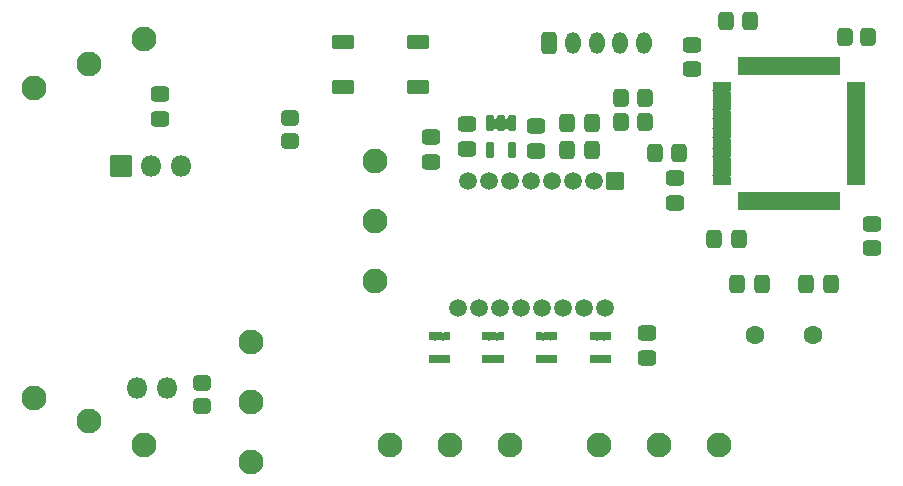
<source format=gts>
G04 #@! TF.GenerationSoftware,KiCad,Pcbnew,(5.99.0-8445-ge10025db64)*
G04 #@! TF.CreationDate,2022-01-30T21:55:34+01:00*
G04 #@! TF.ProjectId,g100s,67313030-732e-46b6-9963-61645f706362,rev?*
G04 #@! TF.SameCoordinates,Original*
G04 #@! TF.FileFunction,Soldermask,Top*
G04 #@! TF.FilePolarity,Negative*
%FSLAX46Y46*%
G04 Gerber Fmt 4.6, Leading zero omitted, Abs format (unit mm)*
G04 Created by KiCad (PCBNEW (5.99.0-8445-ge10025db64)) date 2022-01-30 21:55:34*
%MOMM*%
%LPD*%
G01*
G04 APERTURE LIST*
G04 Aperture macros list*
%AMRoundRect*
0 Rectangle with rounded corners*
0 $1 Rounding radius*
0 $2 $3 $4 $5 $6 $7 $8 $9 X,Y pos of 4 corners*
0 Add a 4 corners polygon primitive as box body*
4,1,4,$2,$3,$4,$5,$6,$7,$8,$9,$2,$3,0*
0 Add four circle primitives for the rounded corners*
1,1,$1+$1,$2,$3*
1,1,$1+$1,$4,$5*
1,1,$1+$1,$6,$7*
1,1,$1+$1,$8,$9*
0 Add four rect primitives between the rounded corners*
20,1,$1+$1,$2,$3,$4,$5,0*
20,1,$1+$1,$4,$5,$6,$7,0*
20,1,$1+$1,$6,$7,$8,$9,0*
20,1,$1+$1,$8,$9,$2,$3,0*%
G04 Aperture macros list end*
%ADD10RoundRect,0.271702X0.366798X0.504298X-0.366798X0.504298X-0.366798X-0.504298X0.366798X-0.504298X0*%
%ADD11RoundRect,0.271250X-0.379750X-0.654750X0.379750X-0.654750X0.379750X0.654750X-0.379750X0.654750X0*%
%ADD12O,1.302000X1.852000*%
%ADD13RoundRect,0.271702X-0.504298X0.366798X-0.504298X-0.366798X0.504298X-0.366798X0.504298X0.366798X0*%
%ADD14C,1.602000*%
%ADD15RoundRect,0.271702X0.504298X-0.366798X0.504298X0.366798X-0.504298X0.366798X-0.504298X-0.366798X0*%
%ADD16RoundRect,0.270816X0.480184X-0.380184X0.480184X0.380184X-0.480184X0.380184X-0.480184X-0.380184X0*%
%ADD17RoundRect,0.271250X0.479750X-0.379750X0.479750X0.379750X-0.479750X0.379750X-0.479750X-0.379750X0*%
%ADD18RoundRect,0.051000X0.200000X-0.325000X0.200000X0.325000X-0.200000X0.325000X-0.200000X-0.325000X0*%
%ADD19RoundRect,0.271250X-0.379750X-0.479750X0.379750X-0.479750X0.379750X0.479750X-0.379750X0.479750X0*%
%ADD20RoundRect,0.271702X-0.366798X-0.504298X0.366798X-0.504298X0.366798X0.504298X-0.366798X0.504298X0*%
%ADD21RoundRect,0.051000X0.850000X-0.850000X0.850000X0.850000X-0.850000X0.850000X-0.850000X-0.850000X0*%
%ADD22O,1.802000X1.802000*%
%ADD23C,2.102000*%
%ADD24RoundRect,0.271250X0.379750X0.479750X-0.379750X0.479750X-0.379750X-0.479750X0.379750X-0.479750X0*%
%ADD25RoundRect,0.051000X-0.750000X-0.275000X0.750000X-0.275000X0.750000X0.275000X-0.750000X0.275000X0*%
%ADD26RoundRect,0.051000X0.275000X-0.750000X0.275000X0.750000X-0.275000X0.750000X-0.275000X-0.750000X0*%
%ADD27RoundRect,0.175500X-0.175500X0.538000X-0.175500X-0.538000X0.175500X-0.538000X0.175500X0.538000X0*%
%ADD28RoundRect,0.051000X0.700000X0.700000X-0.700000X0.700000X-0.700000X-0.700000X0.700000X-0.700000X0*%
%ADD29C,1.502000*%
%ADD30RoundRect,0.051000X-0.850000X-0.500000X0.850000X-0.500000X0.850000X0.500000X-0.850000X0.500000X0*%
G04 APERTURE END LIST*
D10*
X81077500Y-137860000D03*
X79002500Y-137860000D03*
D11*
X77490000Y-128840000D03*
D12*
X79490000Y-128840000D03*
X81490000Y-128840000D03*
X83490000Y-128840000D03*
X85490000Y-128840000D03*
D13*
X104840000Y-144142500D03*
X104840000Y-146217500D03*
X67450000Y-136832500D03*
X67450000Y-138907500D03*
D10*
X81077500Y-135600000D03*
X79002500Y-135600000D03*
D13*
X88120000Y-140292500D03*
X88120000Y-142367500D03*
D14*
X94931579Y-153544907D03*
X99811579Y-153544907D03*
D15*
X76330000Y-137947500D03*
X76330000Y-135872500D03*
D16*
X48100000Y-159600000D03*
D17*
X48100000Y-157600000D03*
D18*
X76620000Y-155580000D03*
X77270000Y-155580000D03*
X77920000Y-155580000D03*
X77920000Y-153680000D03*
X77270000Y-153680000D03*
X76620000Y-153680000D03*
D19*
X83580000Y-133499999D03*
X85580000Y-133499999D03*
D20*
X93402500Y-149240000D03*
X95477500Y-149240000D03*
D10*
X101307500Y-149240000D03*
X99232500Y-149240000D03*
D18*
X72070000Y-155580000D03*
X72720000Y-155580000D03*
X73370000Y-155580000D03*
X73370000Y-153680000D03*
X72720000Y-153680000D03*
X72070000Y-153680000D03*
D20*
X86422500Y-138180000D03*
X88497500Y-138180000D03*
D21*
X41225000Y-139245000D03*
D22*
X43765000Y-139245000D03*
X46305000Y-139245000D03*
D10*
X93547500Y-145410000D03*
X91472500Y-145410000D03*
D17*
X55550000Y-137150000D03*
X55550000Y-135150000D03*
D20*
X92432500Y-126960000D03*
X94507500Y-126960000D03*
D23*
X62750000Y-138785000D03*
X62750000Y-148945000D03*
X62750000Y-143865000D03*
D24*
X104500000Y-128290000D03*
X102500000Y-128290000D03*
D23*
X43206165Y-162849914D03*
X33853835Y-158880086D03*
X38530000Y-160865000D03*
D13*
X89530000Y-128962500D03*
X89530000Y-131037500D03*
D22*
X45090000Y-158050000D03*
X42550000Y-158050000D03*
D13*
X44520000Y-133162500D03*
X44520000Y-135237500D03*
D23*
X91850000Y-162900000D03*
X81690000Y-162900000D03*
X86770000Y-162900000D03*
D25*
X92071579Y-132494907D03*
X92071579Y-133294907D03*
X92071579Y-134094907D03*
X92071579Y-134894907D03*
X92071579Y-135694907D03*
X92071579Y-136494907D03*
X92071579Y-137294907D03*
X92071579Y-138094907D03*
X92071579Y-138894907D03*
X92071579Y-139694907D03*
X92071579Y-140494907D03*
D26*
X93771579Y-142194907D03*
X94571579Y-142194907D03*
X95371579Y-142194907D03*
X96171579Y-142194907D03*
X96971579Y-142194907D03*
X97771579Y-142194907D03*
X98571579Y-142194907D03*
X99371579Y-142194907D03*
X100171579Y-142194907D03*
X100971579Y-142194907D03*
X101771579Y-142194907D03*
D25*
X103471579Y-140494907D03*
X103471579Y-139694907D03*
X103471579Y-138894907D03*
X103471579Y-138094907D03*
X103471579Y-137294907D03*
X103471579Y-136494907D03*
X103471579Y-135694907D03*
X103471579Y-134894907D03*
X103471579Y-134094907D03*
X103471579Y-133294907D03*
X103471579Y-132494907D03*
D26*
X101771579Y-130794907D03*
X100971579Y-130794907D03*
X100171579Y-130794907D03*
X99371579Y-130794907D03*
X98571579Y-130794907D03*
X97771579Y-130794907D03*
X96971579Y-130794907D03*
X96171579Y-130794907D03*
X95371579Y-130794907D03*
X94571579Y-130794907D03*
X93771579Y-130794907D03*
D13*
X70550000Y-135692500D03*
X70550000Y-137767500D03*
D27*
X74330000Y-135642500D03*
X73380000Y-135642500D03*
X72430000Y-135642500D03*
X72430000Y-137917500D03*
X74330000Y-137917500D03*
D15*
X85770000Y-155487500D03*
X85770000Y-153412500D03*
D18*
X81170000Y-155580000D03*
X81820000Y-155580000D03*
X82470000Y-155580000D03*
X82470000Y-153680000D03*
X81820000Y-153680000D03*
X81170000Y-153680000D03*
D28*
X83080000Y-140550000D03*
D29*
X81300000Y-140550000D03*
X79520000Y-140550000D03*
X77740000Y-140550000D03*
X75960000Y-140550000D03*
X74180000Y-140550000D03*
X72400000Y-140550000D03*
X70620000Y-140550000D03*
X69730000Y-151250000D03*
X71510000Y-151250000D03*
X73290000Y-151250000D03*
X75070000Y-151250000D03*
X76850000Y-151250000D03*
X78630000Y-151250000D03*
X80410000Y-151250000D03*
X82190000Y-151250000D03*
D19*
X83570000Y-135499999D03*
X85570000Y-135499999D03*
D23*
X52200000Y-164310000D03*
X52200000Y-154150000D03*
X52200000Y-159230000D03*
D18*
X67520000Y-155580000D03*
X68170000Y-155580000D03*
X68820000Y-155580000D03*
X68820000Y-153680000D03*
X68170000Y-153680000D03*
X67520000Y-153680000D03*
D23*
X74130000Y-162900000D03*
X63970000Y-162900000D03*
X69050000Y-162900000D03*
X43150811Y-128508778D03*
X33869189Y-132641222D03*
X38510000Y-130575000D03*
D30*
X60060000Y-128770000D03*
X66360000Y-128770000D03*
X60060000Y-132570000D03*
X66360000Y-132570000D03*
G36*
X82060660Y-155222493D02*
G01*
X82074452Y-155231709D01*
X82075615Y-155229969D01*
X82077409Y-155229084D01*
X82078560Y-155229545D01*
X82095952Y-155244078D01*
X82164670Y-155252704D01*
X82212288Y-155229918D01*
X82214282Y-155230072D01*
X82214814Y-155230611D01*
X82215548Y-155231709D01*
X82229340Y-155222493D01*
X82231336Y-155222362D01*
X82232447Y-155224025D01*
X82232114Y-155225267D01*
X82224767Y-155236262D01*
X82221000Y-155255199D01*
X82221000Y-155904801D01*
X82224767Y-155923738D01*
X82232114Y-155934733D01*
X82232245Y-155936729D01*
X82230582Y-155937840D01*
X82229340Y-155937507D01*
X82215548Y-155928291D01*
X82214385Y-155930031D01*
X82212591Y-155930916D01*
X82211440Y-155930455D01*
X82194048Y-155915922D01*
X82125330Y-155907296D01*
X82077712Y-155930082D01*
X82075718Y-155929928D01*
X82075186Y-155929389D01*
X82074452Y-155928291D01*
X82060660Y-155937507D01*
X82058664Y-155937638D01*
X82057553Y-155935975D01*
X82057886Y-155934733D01*
X82065233Y-155923738D01*
X82069000Y-155904801D01*
X82069000Y-155255199D01*
X82065233Y-155236262D01*
X82057886Y-155225267D01*
X82057755Y-155223271D01*
X82059418Y-155222160D01*
X82060660Y-155222493D01*
G37*
G36*
X72310660Y-155222493D02*
G01*
X72324452Y-155231709D01*
X72325615Y-155229969D01*
X72327409Y-155229084D01*
X72328560Y-155229545D01*
X72345952Y-155244078D01*
X72414670Y-155252704D01*
X72462288Y-155229918D01*
X72464282Y-155230072D01*
X72464814Y-155230611D01*
X72465548Y-155231709D01*
X72479340Y-155222493D01*
X72481336Y-155222362D01*
X72482447Y-155224025D01*
X72482114Y-155225267D01*
X72474767Y-155236262D01*
X72471000Y-155255199D01*
X72471000Y-155904801D01*
X72474767Y-155923738D01*
X72482114Y-155934733D01*
X72482245Y-155936729D01*
X72480582Y-155937840D01*
X72479340Y-155937507D01*
X72465548Y-155928291D01*
X72464385Y-155930031D01*
X72462591Y-155930916D01*
X72461440Y-155930455D01*
X72444048Y-155915922D01*
X72375330Y-155907296D01*
X72327712Y-155930082D01*
X72325718Y-155929928D01*
X72325186Y-155929389D01*
X72324452Y-155928291D01*
X72310660Y-155937507D01*
X72308664Y-155937638D01*
X72307553Y-155935975D01*
X72307886Y-155934733D01*
X72315233Y-155923738D01*
X72319000Y-155904801D01*
X72319000Y-155255199D01*
X72315233Y-155236262D01*
X72307886Y-155225267D01*
X72307755Y-155223271D01*
X72309418Y-155222160D01*
X72310660Y-155222493D01*
G37*
G36*
X72960660Y-155222493D02*
G01*
X72974452Y-155231709D01*
X72975615Y-155229969D01*
X72977409Y-155229084D01*
X72978560Y-155229545D01*
X72995952Y-155244078D01*
X73064670Y-155252704D01*
X73112288Y-155229918D01*
X73114282Y-155230072D01*
X73114814Y-155230611D01*
X73115548Y-155231709D01*
X73129340Y-155222493D01*
X73131336Y-155222362D01*
X73132447Y-155224025D01*
X73132114Y-155225267D01*
X73124767Y-155236262D01*
X73121000Y-155255199D01*
X73121000Y-155904801D01*
X73124767Y-155923738D01*
X73132114Y-155934733D01*
X73132245Y-155936729D01*
X73130582Y-155937840D01*
X73129340Y-155937507D01*
X73115548Y-155928291D01*
X73114385Y-155930031D01*
X73112591Y-155930916D01*
X73111440Y-155930455D01*
X73094048Y-155915922D01*
X73025330Y-155907296D01*
X72977712Y-155930082D01*
X72975718Y-155929928D01*
X72975186Y-155929389D01*
X72974452Y-155928291D01*
X72960660Y-155937507D01*
X72958664Y-155937638D01*
X72957553Y-155935975D01*
X72957886Y-155934733D01*
X72965233Y-155923738D01*
X72969000Y-155904801D01*
X72969000Y-155255199D01*
X72965233Y-155236262D01*
X72957886Y-155225267D01*
X72957755Y-155223271D01*
X72959418Y-155222160D01*
X72960660Y-155222493D01*
G37*
G36*
X81410660Y-155222493D02*
G01*
X81424452Y-155231709D01*
X81425615Y-155229969D01*
X81427409Y-155229084D01*
X81428560Y-155229545D01*
X81445952Y-155244078D01*
X81514670Y-155252704D01*
X81562288Y-155229918D01*
X81564282Y-155230072D01*
X81564814Y-155230611D01*
X81565548Y-155231709D01*
X81579340Y-155222493D01*
X81581336Y-155222362D01*
X81582447Y-155224025D01*
X81582114Y-155225267D01*
X81574767Y-155236262D01*
X81571000Y-155255199D01*
X81571000Y-155904801D01*
X81574767Y-155923738D01*
X81582114Y-155934733D01*
X81582245Y-155936729D01*
X81580582Y-155937840D01*
X81579340Y-155937507D01*
X81565548Y-155928291D01*
X81564385Y-155930031D01*
X81562591Y-155930916D01*
X81561440Y-155930455D01*
X81544048Y-155915922D01*
X81475330Y-155907296D01*
X81427712Y-155930082D01*
X81425718Y-155929928D01*
X81425186Y-155929389D01*
X81424452Y-155928291D01*
X81410660Y-155937507D01*
X81408664Y-155937638D01*
X81407553Y-155935975D01*
X81407886Y-155934733D01*
X81415233Y-155923738D01*
X81419000Y-155904801D01*
X81419000Y-155255199D01*
X81415233Y-155236262D01*
X81407886Y-155225267D01*
X81407755Y-155223271D01*
X81409418Y-155222160D01*
X81410660Y-155222493D01*
G37*
G36*
X76860660Y-155222493D02*
G01*
X76874452Y-155231709D01*
X76875615Y-155229969D01*
X76877409Y-155229084D01*
X76878560Y-155229545D01*
X76895952Y-155244078D01*
X76964670Y-155252704D01*
X77012288Y-155229918D01*
X77014282Y-155230072D01*
X77014814Y-155230611D01*
X77015548Y-155231709D01*
X77029340Y-155222493D01*
X77031336Y-155222362D01*
X77032447Y-155224025D01*
X77032114Y-155225267D01*
X77024767Y-155236262D01*
X77021000Y-155255199D01*
X77021000Y-155904801D01*
X77024767Y-155923738D01*
X77032114Y-155934733D01*
X77032245Y-155936729D01*
X77030582Y-155937840D01*
X77029340Y-155937507D01*
X77015548Y-155928291D01*
X77014385Y-155930031D01*
X77012591Y-155930916D01*
X77011440Y-155930455D01*
X76994048Y-155915922D01*
X76925330Y-155907296D01*
X76877712Y-155930082D01*
X76875718Y-155929928D01*
X76875186Y-155929389D01*
X76874452Y-155928291D01*
X76860660Y-155937507D01*
X76858664Y-155937638D01*
X76857553Y-155935975D01*
X76857886Y-155934733D01*
X76865233Y-155923738D01*
X76869000Y-155904801D01*
X76869000Y-155255199D01*
X76865233Y-155236262D01*
X76857886Y-155225267D01*
X76857755Y-155223271D01*
X76859418Y-155222160D01*
X76860660Y-155222493D01*
G37*
G36*
X68410660Y-155222493D02*
G01*
X68424452Y-155231709D01*
X68425615Y-155229969D01*
X68427409Y-155229084D01*
X68428560Y-155229545D01*
X68445952Y-155244078D01*
X68514670Y-155252704D01*
X68562288Y-155229918D01*
X68564282Y-155230072D01*
X68564814Y-155230611D01*
X68565548Y-155231709D01*
X68579340Y-155222493D01*
X68581336Y-155222362D01*
X68582447Y-155224025D01*
X68582114Y-155225267D01*
X68574767Y-155236262D01*
X68571000Y-155255199D01*
X68571000Y-155904801D01*
X68574767Y-155923738D01*
X68582114Y-155934733D01*
X68582245Y-155936729D01*
X68580582Y-155937840D01*
X68579340Y-155937507D01*
X68565548Y-155928291D01*
X68564385Y-155930031D01*
X68562591Y-155930916D01*
X68561440Y-155930455D01*
X68544048Y-155915922D01*
X68475330Y-155907296D01*
X68427712Y-155930082D01*
X68425718Y-155929928D01*
X68425186Y-155929389D01*
X68424452Y-155928291D01*
X68410660Y-155937507D01*
X68408664Y-155937638D01*
X68407553Y-155935975D01*
X68407886Y-155934733D01*
X68415233Y-155923738D01*
X68419000Y-155904801D01*
X68419000Y-155255199D01*
X68415233Y-155236262D01*
X68407886Y-155225267D01*
X68407755Y-155223271D01*
X68409418Y-155222160D01*
X68410660Y-155222493D01*
G37*
G36*
X67760660Y-155222493D02*
G01*
X67774452Y-155231709D01*
X67775615Y-155229969D01*
X67777409Y-155229084D01*
X67778560Y-155229545D01*
X67795952Y-155244078D01*
X67864670Y-155252704D01*
X67912288Y-155229918D01*
X67914282Y-155230072D01*
X67914814Y-155230611D01*
X67915548Y-155231709D01*
X67929340Y-155222493D01*
X67931336Y-155222362D01*
X67932447Y-155224025D01*
X67932114Y-155225267D01*
X67924767Y-155236262D01*
X67921000Y-155255199D01*
X67921000Y-155904801D01*
X67924767Y-155923738D01*
X67932114Y-155934733D01*
X67932245Y-155936729D01*
X67930582Y-155937840D01*
X67929340Y-155937507D01*
X67915548Y-155928291D01*
X67914385Y-155930031D01*
X67912591Y-155930916D01*
X67911440Y-155930455D01*
X67894048Y-155915922D01*
X67825330Y-155907296D01*
X67777712Y-155930082D01*
X67775718Y-155929928D01*
X67775186Y-155929389D01*
X67774452Y-155928291D01*
X67760660Y-155937507D01*
X67758664Y-155937638D01*
X67757553Y-155935975D01*
X67757886Y-155934733D01*
X67765233Y-155923738D01*
X67769000Y-155904801D01*
X67769000Y-155255199D01*
X67765233Y-155236262D01*
X67757886Y-155225267D01*
X67757755Y-155223271D01*
X67759418Y-155222160D01*
X67760660Y-155222493D01*
G37*
G36*
X77510660Y-155222493D02*
G01*
X77524452Y-155231709D01*
X77525615Y-155229969D01*
X77527409Y-155229084D01*
X77528560Y-155229545D01*
X77545952Y-155244078D01*
X77614670Y-155252704D01*
X77662288Y-155229918D01*
X77664282Y-155230072D01*
X77664814Y-155230611D01*
X77665548Y-155231709D01*
X77679340Y-155222493D01*
X77681336Y-155222362D01*
X77682447Y-155224025D01*
X77682114Y-155225267D01*
X77674767Y-155236262D01*
X77671000Y-155255199D01*
X77671000Y-155904801D01*
X77674767Y-155923738D01*
X77682114Y-155934733D01*
X77682245Y-155936729D01*
X77680582Y-155937840D01*
X77679340Y-155937507D01*
X77665548Y-155928291D01*
X77664385Y-155930031D01*
X77662591Y-155930916D01*
X77661440Y-155930455D01*
X77644048Y-155915922D01*
X77575330Y-155907296D01*
X77527712Y-155930082D01*
X77525718Y-155929928D01*
X77525186Y-155929389D01*
X77524452Y-155928291D01*
X77510660Y-155937507D01*
X77508664Y-155937638D01*
X77507553Y-155935975D01*
X77507886Y-155934733D01*
X77515233Y-155923738D01*
X77519000Y-155904801D01*
X77519000Y-155255199D01*
X77515233Y-155236262D01*
X77507886Y-155225267D01*
X77507755Y-155223271D01*
X77509418Y-155222160D01*
X77510660Y-155222493D01*
G37*
G36*
X67760660Y-153322493D02*
G01*
X67774452Y-153331709D01*
X67775615Y-153329969D01*
X67777409Y-153329084D01*
X67778560Y-153329545D01*
X67795952Y-153344078D01*
X67864670Y-153352704D01*
X67912288Y-153329918D01*
X67914282Y-153330072D01*
X67914814Y-153330611D01*
X67915548Y-153331709D01*
X67929340Y-153322493D01*
X67931336Y-153322362D01*
X67932447Y-153324025D01*
X67932114Y-153325267D01*
X67924767Y-153336262D01*
X67921000Y-153355199D01*
X67921000Y-154004801D01*
X67924767Y-154023738D01*
X67932114Y-154034733D01*
X67932245Y-154036729D01*
X67930582Y-154037840D01*
X67929340Y-154037507D01*
X67915548Y-154028291D01*
X67914385Y-154030031D01*
X67912591Y-154030916D01*
X67911440Y-154030455D01*
X67894048Y-154015922D01*
X67825330Y-154007296D01*
X67777712Y-154030082D01*
X67775718Y-154029928D01*
X67775186Y-154029389D01*
X67774452Y-154028291D01*
X67760660Y-154037507D01*
X67758664Y-154037638D01*
X67757553Y-154035975D01*
X67757886Y-154034733D01*
X67765233Y-154023738D01*
X67769000Y-154004801D01*
X67769000Y-153355199D01*
X67765233Y-153336262D01*
X67757886Y-153325267D01*
X67757755Y-153323271D01*
X67759418Y-153322160D01*
X67760660Y-153322493D01*
G37*
G36*
X77510660Y-153322493D02*
G01*
X77524452Y-153331709D01*
X77525615Y-153329969D01*
X77527409Y-153329084D01*
X77528560Y-153329545D01*
X77545952Y-153344078D01*
X77614670Y-153352704D01*
X77662288Y-153329918D01*
X77664282Y-153330072D01*
X77664814Y-153330611D01*
X77665548Y-153331709D01*
X77679340Y-153322493D01*
X77681336Y-153322362D01*
X77682447Y-153324025D01*
X77682114Y-153325267D01*
X77674767Y-153336262D01*
X77671000Y-153355199D01*
X77671000Y-154004801D01*
X77674767Y-154023738D01*
X77682114Y-154034733D01*
X77682245Y-154036729D01*
X77680582Y-154037840D01*
X77679340Y-154037507D01*
X77665548Y-154028291D01*
X77664385Y-154030031D01*
X77662591Y-154030916D01*
X77661440Y-154030455D01*
X77644048Y-154015922D01*
X77575330Y-154007296D01*
X77527712Y-154030082D01*
X77525718Y-154029928D01*
X77525186Y-154029389D01*
X77524452Y-154028291D01*
X77510660Y-154037507D01*
X77508664Y-154037638D01*
X77507553Y-154035975D01*
X77507886Y-154034733D01*
X77515233Y-154023738D01*
X77519000Y-154004801D01*
X77519000Y-153355199D01*
X77515233Y-153336262D01*
X77507886Y-153325267D01*
X77507755Y-153323271D01*
X77509418Y-153322160D01*
X77510660Y-153322493D01*
G37*
G36*
X72960660Y-153322493D02*
G01*
X72974452Y-153331709D01*
X72975615Y-153329969D01*
X72977409Y-153329084D01*
X72978560Y-153329545D01*
X72995952Y-153344078D01*
X73064670Y-153352704D01*
X73112288Y-153329918D01*
X73114282Y-153330072D01*
X73114814Y-153330611D01*
X73115548Y-153331709D01*
X73129340Y-153322493D01*
X73131336Y-153322362D01*
X73132447Y-153324025D01*
X73132114Y-153325267D01*
X73124767Y-153336262D01*
X73121000Y-153355199D01*
X73121000Y-154004801D01*
X73124767Y-154023738D01*
X73132114Y-154034733D01*
X73132245Y-154036729D01*
X73130582Y-154037840D01*
X73129340Y-154037507D01*
X73115548Y-154028291D01*
X73114385Y-154030031D01*
X73112591Y-154030916D01*
X73111440Y-154030455D01*
X73094048Y-154015922D01*
X73025330Y-154007296D01*
X72977712Y-154030082D01*
X72975718Y-154029928D01*
X72975186Y-154029389D01*
X72974452Y-154028291D01*
X72960660Y-154037507D01*
X72958664Y-154037638D01*
X72957553Y-154035975D01*
X72957886Y-154034733D01*
X72965233Y-154023738D01*
X72969000Y-154004801D01*
X72969000Y-153355199D01*
X72965233Y-153336262D01*
X72957886Y-153325267D01*
X72957755Y-153323271D01*
X72959418Y-153322160D01*
X72960660Y-153322493D01*
G37*
G36*
X82060660Y-153322493D02*
G01*
X82074452Y-153331709D01*
X82075615Y-153329969D01*
X82077409Y-153329084D01*
X82078560Y-153329545D01*
X82095952Y-153344078D01*
X82164670Y-153352704D01*
X82212288Y-153329918D01*
X82214282Y-153330072D01*
X82214814Y-153330611D01*
X82215548Y-153331709D01*
X82229340Y-153322493D01*
X82231336Y-153322362D01*
X82232447Y-153324025D01*
X82232114Y-153325267D01*
X82224767Y-153336262D01*
X82221000Y-153355199D01*
X82221000Y-154004801D01*
X82224767Y-154023738D01*
X82232114Y-154034733D01*
X82232245Y-154036729D01*
X82230582Y-154037840D01*
X82229340Y-154037507D01*
X82215548Y-154028291D01*
X82214385Y-154030031D01*
X82212591Y-154030916D01*
X82211440Y-154030455D01*
X82194048Y-154015922D01*
X82125330Y-154007296D01*
X82077712Y-154030082D01*
X82075718Y-154029928D01*
X82075186Y-154029389D01*
X82074452Y-154028291D01*
X82060660Y-154037507D01*
X82058664Y-154037638D01*
X82057553Y-154035975D01*
X82057886Y-154034733D01*
X82065233Y-154023738D01*
X82069000Y-154004801D01*
X82069000Y-153355199D01*
X82065233Y-153336262D01*
X82057886Y-153325267D01*
X82057755Y-153323271D01*
X82059418Y-153322160D01*
X82060660Y-153322493D01*
G37*
G36*
X68410660Y-153322493D02*
G01*
X68424452Y-153331709D01*
X68425615Y-153329969D01*
X68427409Y-153329084D01*
X68428560Y-153329545D01*
X68445952Y-153344078D01*
X68514670Y-153352704D01*
X68562288Y-153329918D01*
X68564282Y-153330072D01*
X68564814Y-153330611D01*
X68565548Y-153331709D01*
X68579340Y-153322493D01*
X68581336Y-153322362D01*
X68582447Y-153324025D01*
X68582114Y-153325267D01*
X68574767Y-153336262D01*
X68571000Y-153355199D01*
X68571000Y-154004801D01*
X68574767Y-154023738D01*
X68582114Y-154034733D01*
X68582245Y-154036729D01*
X68580582Y-154037840D01*
X68579340Y-154037507D01*
X68565548Y-154028291D01*
X68564385Y-154030031D01*
X68562591Y-154030916D01*
X68561440Y-154030455D01*
X68544048Y-154015922D01*
X68475330Y-154007296D01*
X68427712Y-154030082D01*
X68425718Y-154029928D01*
X68425186Y-154029389D01*
X68424452Y-154028291D01*
X68410660Y-154037507D01*
X68408664Y-154037638D01*
X68407553Y-154035975D01*
X68407886Y-154034733D01*
X68415233Y-154023738D01*
X68419000Y-154004801D01*
X68419000Y-153355199D01*
X68415233Y-153336262D01*
X68407886Y-153325267D01*
X68407755Y-153323271D01*
X68409418Y-153322160D01*
X68410660Y-153322493D01*
G37*
G36*
X81410660Y-153322493D02*
G01*
X81424452Y-153331709D01*
X81425615Y-153329969D01*
X81427409Y-153329084D01*
X81428560Y-153329545D01*
X81445952Y-153344078D01*
X81514670Y-153352704D01*
X81562288Y-153329918D01*
X81564282Y-153330072D01*
X81564814Y-153330611D01*
X81565548Y-153331709D01*
X81579340Y-153322493D01*
X81581336Y-153322362D01*
X81582447Y-153324025D01*
X81582114Y-153325267D01*
X81574767Y-153336262D01*
X81571000Y-153355199D01*
X81571000Y-154004801D01*
X81574767Y-154023738D01*
X81582114Y-154034733D01*
X81582245Y-154036729D01*
X81580582Y-154037840D01*
X81579340Y-154037507D01*
X81565548Y-154028291D01*
X81564385Y-154030031D01*
X81562591Y-154030916D01*
X81561440Y-154030455D01*
X81544048Y-154015922D01*
X81475330Y-154007296D01*
X81427712Y-154030082D01*
X81425718Y-154029928D01*
X81425186Y-154029389D01*
X81424452Y-154028291D01*
X81410660Y-154037507D01*
X81408664Y-154037638D01*
X81407553Y-154035975D01*
X81407886Y-154034733D01*
X81415233Y-154023738D01*
X81419000Y-154004801D01*
X81419000Y-153355199D01*
X81415233Y-153336262D01*
X81407886Y-153325267D01*
X81407755Y-153323271D01*
X81409418Y-153322160D01*
X81410660Y-153322493D01*
G37*
G36*
X76860660Y-153322493D02*
G01*
X76874452Y-153331709D01*
X76875615Y-153329969D01*
X76877409Y-153329084D01*
X76878560Y-153329545D01*
X76895952Y-153344078D01*
X76964670Y-153352704D01*
X77012288Y-153329918D01*
X77014282Y-153330072D01*
X77014814Y-153330611D01*
X77015548Y-153331709D01*
X77029340Y-153322493D01*
X77031336Y-153322362D01*
X77032447Y-153324025D01*
X77032114Y-153325267D01*
X77024767Y-153336262D01*
X77021000Y-153355199D01*
X77021000Y-154004801D01*
X77024767Y-154023738D01*
X77032114Y-154034733D01*
X77032245Y-154036729D01*
X77030582Y-154037840D01*
X77029340Y-154037507D01*
X77015548Y-154028291D01*
X77014385Y-154030031D01*
X77012591Y-154030916D01*
X77011440Y-154030455D01*
X76994048Y-154015922D01*
X76925330Y-154007296D01*
X76877712Y-154030082D01*
X76875718Y-154029928D01*
X76875186Y-154029389D01*
X76874452Y-154028291D01*
X76860660Y-154037507D01*
X76858664Y-154037638D01*
X76857553Y-154035975D01*
X76857886Y-154034733D01*
X76865233Y-154023738D01*
X76869000Y-154004801D01*
X76869000Y-153355199D01*
X76865233Y-153336262D01*
X76857886Y-153325267D01*
X76857755Y-153323271D01*
X76859418Y-153322160D01*
X76860660Y-153322493D01*
G37*
G36*
X72310660Y-153322493D02*
G01*
X72324452Y-153331709D01*
X72325615Y-153329969D01*
X72327409Y-153329084D01*
X72328560Y-153329545D01*
X72345952Y-153344078D01*
X72414670Y-153352704D01*
X72462288Y-153329918D01*
X72464282Y-153330072D01*
X72464814Y-153330611D01*
X72465548Y-153331709D01*
X72479340Y-153322493D01*
X72481336Y-153322362D01*
X72482447Y-153324025D01*
X72482114Y-153325267D01*
X72474767Y-153336262D01*
X72471000Y-153355199D01*
X72471000Y-154004801D01*
X72474767Y-154023738D01*
X72482114Y-154034733D01*
X72482245Y-154036729D01*
X72480582Y-154037840D01*
X72479340Y-154037507D01*
X72465548Y-154028291D01*
X72464385Y-154030031D01*
X72462591Y-154030916D01*
X72461440Y-154030455D01*
X72444048Y-154015922D01*
X72375330Y-154007296D01*
X72327712Y-154030082D01*
X72325718Y-154029928D01*
X72325186Y-154029389D01*
X72324452Y-154028291D01*
X72310660Y-154037507D01*
X72308664Y-154037638D01*
X72307553Y-154035975D01*
X72307886Y-154034733D01*
X72315233Y-154023738D01*
X72319000Y-154004801D01*
X72319000Y-153355199D01*
X72315233Y-153336262D01*
X72307886Y-153325267D01*
X72307755Y-153323271D01*
X72309418Y-153322160D01*
X72310660Y-153322493D01*
G37*
G36*
X100487239Y-141412400D02*
G01*
X100501031Y-141421616D01*
X100502194Y-141419876D01*
X100503988Y-141418991D01*
X100505139Y-141419452D01*
X100522531Y-141433985D01*
X100591249Y-141442611D01*
X100638867Y-141419825D01*
X100640861Y-141419979D01*
X100641393Y-141420518D01*
X100642127Y-141421616D01*
X100655919Y-141412400D01*
X100657915Y-141412269D01*
X100659026Y-141413932D01*
X100658693Y-141415174D01*
X100651346Y-141426169D01*
X100647579Y-141445106D01*
X100647579Y-142944708D01*
X100651346Y-142963645D01*
X100658693Y-142974640D01*
X100658824Y-142976636D01*
X100657161Y-142977747D01*
X100655919Y-142977414D01*
X100642127Y-142968198D01*
X100640964Y-142969938D01*
X100639170Y-142970823D01*
X100638019Y-142970362D01*
X100620627Y-142955829D01*
X100551909Y-142947203D01*
X100504291Y-142969989D01*
X100502297Y-142969835D01*
X100501765Y-142969296D01*
X100501031Y-142968198D01*
X100487239Y-142977414D01*
X100485243Y-142977545D01*
X100484132Y-142975882D01*
X100484465Y-142974640D01*
X100491812Y-142963645D01*
X100495579Y-142944708D01*
X100495579Y-141445106D01*
X100491812Y-141426169D01*
X100484465Y-141415174D01*
X100484334Y-141413178D01*
X100485997Y-141412067D01*
X100487239Y-141412400D01*
G37*
G36*
X98887239Y-141412400D02*
G01*
X98901031Y-141421616D01*
X98902194Y-141419876D01*
X98903988Y-141418991D01*
X98905139Y-141419452D01*
X98922531Y-141433985D01*
X98991249Y-141442611D01*
X99038867Y-141419825D01*
X99040861Y-141419979D01*
X99041393Y-141420518D01*
X99042127Y-141421616D01*
X99055919Y-141412400D01*
X99057915Y-141412269D01*
X99059026Y-141413932D01*
X99058693Y-141415174D01*
X99051346Y-141426169D01*
X99047579Y-141445106D01*
X99047579Y-142944708D01*
X99051346Y-142963645D01*
X99058693Y-142974640D01*
X99058824Y-142976636D01*
X99057161Y-142977747D01*
X99055919Y-142977414D01*
X99042127Y-142968198D01*
X99040964Y-142969938D01*
X99039170Y-142970823D01*
X99038019Y-142970362D01*
X99020627Y-142955829D01*
X98951909Y-142947203D01*
X98904291Y-142969989D01*
X98902297Y-142969835D01*
X98901765Y-142969296D01*
X98901031Y-142968198D01*
X98887239Y-142977414D01*
X98885243Y-142977545D01*
X98884132Y-142975882D01*
X98884465Y-142974640D01*
X98891812Y-142963645D01*
X98895579Y-142944708D01*
X98895579Y-141445106D01*
X98891812Y-141426169D01*
X98884465Y-141415174D01*
X98884334Y-141413178D01*
X98885997Y-141412067D01*
X98887239Y-141412400D01*
G37*
G36*
X95687239Y-141412400D02*
G01*
X95701031Y-141421616D01*
X95702194Y-141419876D01*
X95703988Y-141418991D01*
X95705139Y-141419452D01*
X95722531Y-141433985D01*
X95791249Y-141442611D01*
X95838867Y-141419825D01*
X95840861Y-141419979D01*
X95841393Y-141420518D01*
X95842127Y-141421616D01*
X95855919Y-141412400D01*
X95857915Y-141412269D01*
X95859026Y-141413932D01*
X95858693Y-141415174D01*
X95851346Y-141426169D01*
X95847579Y-141445106D01*
X95847579Y-142944708D01*
X95851346Y-142963645D01*
X95858693Y-142974640D01*
X95858824Y-142976636D01*
X95857161Y-142977747D01*
X95855919Y-142977414D01*
X95842127Y-142968198D01*
X95840964Y-142969938D01*
X95839170Y-142970823D01*
X95838019Y-142970362D01*
X95820627Y-142955829D01*
X95751909Y-142947203D01*
X95704291Y-142969989D01*
X95702297Y-142969835D01*
X95701765Y-142969296D01*
X95701031Y-142968198D01*
X95687239Y-142977414D01*
X95685243Y-142977545D01*
X95684132Y-142975882D01*
X95684465Y-142974640D01*
X95691812Y-142963645D01*
X95695579Y-142944708D01*
X95695579Y-141445106D01*
X95691812Y-141426169D01*
X95684465Y-141415174D01*
X95684334Y-141413178D01*
X95685997Y-141412067D01*
X95687239Y-141412400D01*
G37*
G36*
X99687239Y-141412400D02*
G01*
X99701031Y-141421616D01*
X99702194Y-141419876D01*
X99703988Y-141418991D01*
X99705139Y-141419452D01*
X99722531Y-141433985D01*
X99791249Y-141442611D01*
X99838867Y-141419825D01*
X99840861Y-141419979D01*
X99841393Y-141420518D01*
X99842127Y-141421616D01*
X99855919Y-141412400D01*
X99857915Y-141412269D01*
X99859026Y-141413932D01*
X99858693Y-141415174D01*
X99851346Y-141426169D01*
X99847579Y-141445106D01*
X99847579Y-142944708D01*
X99851346Y-142963645D01*
X99858693Y-142974640D01*
X99858824Y-142976636D01*
X99857161Y-142977747D01*
X99855919Y-142977414D01*
X99842127Y-142968198D01*
X99840964Y-142969938D01*
X99839170Y-142970823D01*
X99838019Y-142970362D01*
X99820627Y-142955829D01*
X99751909Y-142947203D01*
X99704291Y-142969989D01*
X99702297Y-142969835D01*
X99701765Y-142969296D01*
X99701031Y-142968198D01*
X99687239Y-142977414D01*
X99685243Y-142977545D01*
X99684132Y-142975882D01*
X99684465Y-142974640D01*
X99691812Y-142963645D01*
X99695579Y-142944708D01*
X99695579Y-141445106D01*
X99691812Y-141426169D01*
X99684465Y-141415174D01*
X99684334Y-141413178D01*
X99685997Y-141412067D01*
X99687239Y-141412400D01*
G37*
G36*
X101287239Y-141412400D02*
G01*
X101301031Y-141421616D01*
X101302194Y-141419876D01*
X101303988Y-141418991D01*
X101305139Y-141419452D01*
X101322531Y-141433985D01*
X101391249Y-141442611D01*
X101438867Y-141419825D01*
X101440861Y-141419979D01*
X101441393Y-141420518D01*
X101442127Y-141421616D01*
X101455919Y-141412400D01*
X101457915Y-141412269D01*
X101459026Y-141413932D01*
X101458693Y-141415174D01*
X101451346Y-141426169D01*
X101447579Y-141445106D01*
X101447579Y-142944708D01*
X101451346Y-142963645D01*
X101458693Y-142974640D01*
X101458824Y-142976636D01*
X101457161Y-142977747D01*
X101455919Y-142977414D01*
X101442127Y-142968198D01*
X101440964Y-142969938D01*
X101439170Y-142970823D01*
X101438019Y-142970362D01*
X101420627Y-142955829D01*
X101351909Y-142947203D01*
X101304291Y-142969989D01*
X101302297Y-142969835D01*
X101301765Y-142969296D01*
X101301031Y-142968198D01*
X101287239Y-142977414D01*
X101285243Y-142977545D01*
X101284132Y-142975882D01*
X101284465Y-142974640D01*
X101291812Y-142963645D01*
X101295579Y-142944708D01*
X101295579Y-141445106D01*
X101291812Y-141426169D01*
X101284465Y-141415174D01*
X101284334Y-141413178D01*
X101285997Y-141412067D01*
X101287239Y-141412400D01*
G37*
G36*
X98087239Y-141412400D02*
G01*
X98101031Y-141421616D01*
X98102194Y-141419876D01*
X98103988Y-141418991D01*
X98105139Y-141419452D01*
X98122531Y-141433985D01*
X98191249Y-141442611D01*
X98238867Y-141419825D01*
X98240861Y-141419979D01*
X98241393Y-141420518D01*
X98242127Y-141421616D01*
X98255919Y-141412400D01*
X98257915Y-141412269D01*
X98259026Y-141413932D01*
X98258693Y-141415174D01*
X98251346Y-141426169D01*
X98247579Y-141445106D01*
X98247579Y-142944708D01*
X98251346Y-142963645D01*
X98258693Y-142974640D01*
X98258824Y-142976636D01*
X98257161Y-142977747D01*
X98255919Y-142977414D01*
X98242127Y-142968198D01*
X98240964Y-142969938D01*
X98239170Y-142970823D01*
X98238019Y-142970362D01*
X98220627Y-142955829D01*
X98151909Y-142947203D01*
X98104291Y-142969989D01*
X98102297Y-142969835D01*
X98101765Y-142969296D01*
X98101031Y-142968198D01*
X98087239Y-142977414D01*
X98085243Y-142977545D01*
X98084132Y-142975882D01*
X98084465Y-142974640D01*
X98091812Y-142963645D01*
X98095579Y-142944708D01*
X98095579Y-141445106D01*
X98091812Y-141426169D01*
X98084465Y-141415174D01*
X98084334Y-141413178D01*
X98085997Y-141412067D01*
X98087239Y-141412400D01*
G37*
G36*
X97287239Y-141412400D02*
G01*
X97301031Y-141421616D01*
X97302194Y-141419876D01*
X97303988Y-141418991D01*
X97305139Y-141419452D01*
X97322531Y-141433985D01*
X97391249Y-141442611D01*
X97438867Y-141419825D01*
X97440861Y-141419979D01*
X97441393Y-141420518D01*
X97442127Y-141421616D01*
X97455919Y-141412400D01*
X97457915Y-141412269D01*
X97459026Y-141413932D01*
X97458693Y-141415174D01*
X97451346Y-141426169D01*
X97447579Y-141445106D01*
X97447579Y-142944708D01*
X97451346Y-142963645D01*
X97458693Y-142974640D01*
X97458824Y-142976636D01*
X97457161Y-142977747D01*
X97455919Y-142977414D01*
X97442127Y-142968198D01*
X97440964Y-142969938D01*
X97439170Y-142970823D01*
X97438019Y-142970362D01*
X97420627Y-142955829D01*
X97351909Y-142947203D01*
X97304291Y-142969989D01*
X97302297Y-142969835D01*
X97301765Y-142969296D01*
X97301031Y-142968198D01*
X97287239Y-142977414D01*
X97285243Y-142977545D01*
X97284132Y-142975882D01*
X97284465Y-142974640D01*
X97291812Y-142963645D01*
X97295579Y-142944708D01*
X97295579Y-141445106D01*
X97291812Y-141426169D01*
X97284465Y-141415174D01*
X97284334Y-141413178D01*
X97285997Y-141412067D01*
X97287239Y-141412400D01*
G37*
G36*
X96487239Y-141412400D02*
G01*
X96501031Y-141421616D01*
X96502194Y-141419876D01*
X96503988Y-141418991D01*
X96505139Y-141419452D01*
X96522531Y-141433985D01*
X96591249Y-141442611D01*
X96638867Y-141419825D01*
X96640861Y-141419979D01*
X96641393Y-141420518D01*
X96642127Y-141421616D01*
X96655919Y-141412400D01*
X96657915Y-141412269D01*
X96659026Y-141413932D01*
X96658693Y-141415174D01*
X96651346Y-141426169D01*
X96647579Y-141445106D01*
X96647579Y-142944708D01*
X96651346Y-142963645D01*
X96658693Y-142974640D01*
X96658824Y-142976636D01*
X96657161Y-142977747D01*
X96655919Y-142977414D01*
X96642127Y-142968198D01*
X96640964Y-142969938D01*
X96639170Y-142970823D01*
X96638019Y-142970362D01*
X96620627Y-142955829D01*
X96551909Y-142947203D01*
X96504291Y-142969989D01*
X96502297Y-142969835D01*
X96501765Y-142969296D01*
X96501031Y-142968198D01*
X96487239Y-142977414D01*
X96485243Y-142977545D01*
X96484132Y-142975882D01*
X96484465Y-142974640D01*
X96491812Y-142963645D01*
X96495579Y-142944708D01*
X96495579Y-141445106D01*
X96491812Y-141426169D01*
X96484465Y-141415174D01*
X96484334Y-141413178D01*
X96485997Y-141412067D01*
X96487239Y-141412400D01*
G37*
G36*
X94887239Y-141412400D02*
G01*
X94901031Y-141421616D01*
X94902194Y-141419876D01*
X94903988Y-141418991D01*
X94905139Y-141419452D01*
X94922531Y-141433985D01*
X94991249Y-141442611D01*
X95038867Y-141419825D01*
X95040861Y-141419979D01*
X95041393Y-141420518D01*
X95042127Y-141421616D01*
X95055919Y-141412400D01*
X95057915Y-141412269D01*
X95059026Y-141413932D01*
X95058693Y-141415174D01*
X95051346Y-141426169D01*
X95047579Y-141445106D01*
X95047579Y-142944708D01*
X95051346Y-142963645D01*
X95058693Y-142974640D01*
X95058824Y-142976636D01*
X95057161Y-142977747D01*
X95055919Y-142977414D01*
X95042127Y-142968198D01*
X95040964Y-142969938D01*
X95039170Y-142970823D01*
X95038019Y-142970362D01*
X95020627Y-142955829D01*
X94951909Y-142947203D01*
X94904291Y-142969989D01*
X94902297Y-142969835D01*
X94901765Y-142969296D01*
X94901031Y-142968198D01*
X94887239Y-142977414D01*
X94885243Y-142977545D01*
X94884132Y-142975882D01*
X94884465Y-142974640D01*
X94891812Y-142963645D01*
X94895579Y-142944708D01*
X94895579Y-141445106D01*
X94891812Y-141426169D01*
X94884465Y-141415174D01*
X94884334Y-141413178D01*
X94885997Y-141412067D01*
X94887239Y-141412400D01*
G37*
G36*
X94087239Y-141412400D02*
G01*
X94101031Y-141421616D01*
X94102194Y-141419876D01*
X94103988Y-141418991D01*
X94105139Y-141419452D01*
X94122531Y-141433985D01*
X94191249Y-141442611D01*
X94238867Y-141419825D01*
X94240861Y-141419979D01*
X94241393Y-141420518D01*
X94242127Y-141421616D01*
X94255919Y-141412400D01*
X94257915Y-141412269D01*
X94259026Y-141413932D01*
X94258693Y-141415174D01*
X94251346Y-141426169D01*
X94247579Y-141445106D01*
X94247579Y-142944708D01*
X94251346Y-142963645D01*
X94258693Y-142974640D01*
X94258824Y-142976636D01*
X94257161Y-142977747D01*
X94255919Y-142977414D01*
X94242127Y-142968198D01*
X94240964Y-142969938D01*
X94239170Y-142970823D01*
X94238019Y-142970362D01*
X94220627Y-142955829D01*
X94151909Y-142947203D01*
X94104291Y-142969989D01*
X94102297Y-142969835D01*
X94101765Y-142969296D01*
X94101031Y-142968198D01*
X94087239Y-142977414D01*
X94085243Y-142977545D01*
X94084132Y-142975882D01*
X94084465Y-142974640D01*
X94091812Y-142963645D01*
X94095579Y-142944708D01*
X94095579Y-141445106D01*
X94091812Y-141426169D01*
X94084465Y-141415174D01*
X94084334Y-141413178D01*
X94085997Y-141412067D01*
X94087239Y-141412400D01*
G37*
G36*
X102691846Y-140007793D02*
G01*
X102702841Y-140015140D01*
X102721778Y-140018907D01*
X104221380Y-140018907D01*
X104240317Y-140015140D01*
X104251312Y-140007793D01*
X104253308Y-140007662D01*
X104254419Y-140009325D01*
X104254086Y-140010567D01*
X104244870Y-140024359D01*
X104246610Y-140025522D01*
X104247495Y-140027316D01*
X104247034Y-140028467D01*
X104232501Y-140045859D01*
X104223875Y-140114577D01*
X104246661Y-140162195D01*
X104246507Y-140164189D01*
X104245968Y-140164721D01*
X104244870Y-140165455D01*
X104254086Y-140179247D01*
X104254217Y-140181243D01*
X104252554Y-140182354D01*
X104251312Y-140182021D01*
X104240317Y-140174674D01*
X104221380Y-140170907D01*
X102721778Y-140170907D01*
X102702841Y-140174674D01*
X102691846Y-140182021D01*
X102689850Y-140182152D01*
X102688739Y-140180489D01*
X102689072Y-140179247D01*
X102698288Y-140165455D01*
X102696548Y-140164292D01*
X102695663Y-140162498D01*
X102696124Y-140161347D01*
X102710657Y-140143955D01*
X102719283Y-140075237D01*
X102696497Y-140027619D01*
X102696651Y-140025625D01*
X102697190Y-140025093D01*
X102698288Y-140024359D01*
X102689072Y-140010567D01*
X102688941Y-140008571D01*
X102690604Y-140007460D01*
X102691846Y-140007793D01*
G37*
G36*
X91291846Y-140007793D02*
G01*
X91302841Y-140015140D01*
X91321778Y-140018907D01*
X92821380Y-140018907D01*
X92840317Y-140015140D01*
X92851312Y-140007793D01*
X92853308Y-140007662D01*
X92854419Y-140009325D01*
X92854086Y-140010567D01*
X92844870Y-140024359D01*
X92846610Y-140025522D01*
X92847495Y-140027316D01*
X92847034Y-140028467D01*
X92832501Y-140045859D01*
X92823875Y-140114577D01*
X92846661Y-140162195D01*
X92846507Y-140164189D01*
X92845968Y-140164721D01*
X92844870Y-140165455D01*
X92854086Y-140179247D01*
X92854217Y-140181243D01*
X92852554Y-140182354D01*
X92851312Y-140182021D01*
X92840317Y-140174674D01*
X92821380Y-140170907D01*
X91321778Y-140170907D01*
X91302841Y-140174674D01*
X91291846Y-140182021D01*
X91289850Y-140182152D01*
X91288739Y-140180489D01*
X91289072Y-140179247D01*
X91298288Y-140165455D01*
X91296548Y-140164292D01*
X91295663Y-140162498D01*
X91296124Y-140161347D01*
X91310657Y-140143955D01*
X91319283Y-140075237D01*
X91296497Y-140027619D01*
X91296651Y-140025625D01*
X91297190Y-140025093D01*
X91298288Y-140024359D01*
X91289072Y-140010567D01*
X91288941Y-140008571D01*
X91290604Y-140007460D01*
X91291846Y-140007793D01*
G37*
G36*
X102691846Y-139207793D02*
G01*
X102702841Y-139215140D01*
X102721778Y-139218907D01*
X104221380Y-139218907D01*
X104240317Y-139215140D01*
X104251312Y-139207793D01*
X104253308Y-139207662D01*
X104254419Y-139209325D01*
X104254086Y-139210567D01*
X104244870Y-139224359D01*
X104246610Y-139225522D01*
X104247495Y-139227316D01*
X104247034Y-139228467D01*
X104232501Y-139245859D01*
X104223875Y-139314577D01*
X104246661Y-139362195D01*
X104246507Y-139364189D01*
X104245968Y-139364721D01*
X104244870Y-139365455D01*
X104254086Y-139379247D01*
X104254217Y-139381243D01*
X104252554Y-139382354D01*
X104251312Y-139382021D01*
X104240317Y-139374674D01*
X104221380Y-139370907D01*
X102721778Y-139370907D01*
X102702841Y-139374674D01*
X102691846Y-139382021D01*
X102689850Y-139382152D01*
X102688739Y-139380489D01*
X102689072Y-139379247D01*
X102698288Y-139365455D01*
X102696548Y-139364292D01*
X102695663Y-139362498D01*
X102696124Y-139361347D01*
X102710657Y-139343955D01*
X102719283Y-139275237D01*
X102696497Y-139227619D01*
X102696651Y-139225625D01*
X102697190Y-139225093D01*
X102698288Y-139224359D01*
X102689072Y-139210567D01*
X102688941Y-139208571D01*
X102690604Y-139207460D01*
X102691846Y-139207793D01*
G37*
G36*
X91291846Y-139207793D02*
G01*
X91302841Y-139215140D01*
X91321778Y-139218907D01*
X92821380Y-139218907D01*
X92840317Y-139215140D01*
X92851312Y-139207793D01*
X92853308Y-139207662D01*
X92854419Y-139209325D01*
X92854086Y-139210567D01*
X92844870Y-139224359D01*
X92846610Y-139225522D01*
X92847495Y-139227316D01*
X92847034Y-139228467D01*
X92832501Y-139245859D01*
X92823875Y-139314577D01*
X92846661Y-139362195D01*
X92846507Y-139364189D01*
X92845968Y-139364721D01*
X92844870Y-139365455D01*
X92854086Y-139379247D01*
X92854217Y-139381243D01*
X92852554Y-139382354D01*
X92851312Y-139382021D01*
X92840317Y-139374674D01*
X92821380Y-139370907D01*
X91321778Y-139370907D01*
X91302841Y-139374674D01*
X91291846Y-139382021D01*
X91289850Y-139382152D01*
X91288739Y-139380489D01*
X91289072Y-139379247D01*
X91298288Y-139365455D01*
X91296548Y-139364292D01*
X91295663Y-139362498D01*
X91296124Y-139361347D01*
X91310657Y-139343955D01*
X91319283Y-139275237D01*
X91296497Y-139227619D01*
X91296651Y-139225625D01*
X91297190Y-139225093D01*
X91298288Y-139224359D01*
X91289072Y-139210567D01*
X91288941Y-139208571D01*
X91290604Y-139207460D01*
X91291846Y-139207793D01*
G37*
G36*
X102691846Y-138407793D02*
G01*
X102702841Y-138415140D01*
X102721778Y-138418907D01*
X104221380Y-138418907D01*
X104240317Y-138415140D01*
X104251312Y-138407793D01*
X104253308Y-138407662D01*
X104254419Y-138409325D01*
X104254086Y-138410567D01*
X104244870Y-138424359D01*
X104246610Y-138425522D01*
X104247495Y-138427316D01*
X104247034Y-138428467D01*
X104232501Y-138445859D01*
X104223875Y-138514577D01*
X104246661Y-138562195D01*
X104246507Y-138564189D01*
X104245968Y-138564721D01*
X104244870Y-138565455D01*
X104254086Y-138579247D01*
X104254217Y-138581243D01*
X104252554Y-138582354D01*
X104251312Y-138582021D01*
X104240317Y-138574674D01*
X104221380Y-138570907D01*
X102721778Y-138570907D01*
X102702841Y-138574674D01*
X102691846Y-138582021D01*
X102689850Y-138582152D01*
X102688739Y-138580489D01*
X102689072Y-138579247D01*
X102698288Y-138565455D01*
X102696548Y-138564292D01*
X102695663Y-138562498D01*
X102696124Y-138561347D01*
X102710657Y-138543955D01*
X102719283Y-138475237D01*
X102696497Y-138427619D01*
X102696651Y-138425625D01*
X102697190Y-138425093D01*
X102698288Y-138424359D01*
X102689072Y-138410567D01*
X102688941Y-138408571D01*
X102690604Y-138407460D01*
X102691846Y-138407793D01*
G37*
G36*
X91291846Y-138407793D02*
G01*
X91302841Y-138415140D01*
X91321778Y-138418907D01*
X92821380Y-138418907D01*
X92840317Y-138415140D01*
X92851312Y-138407793D01*
X92853308Y-138407662D01*
X92854419Y-138409325D01*
X92854086Y-138410567D01*
X92844870Y-138424359D01*
X92846610Y-138425522D01*
X92847495Y-138427316D01*
X92847034Y-138428467D01*
X92832501Y-138445859D01*
X92823875Y-138514577D01*
X92846661Y-138562195D01*
X92846507Y-138564189D01*
X92845968Y-138564721D01*
X92844870Y-138565455D01*
X92854086Y-138579247D01*
X92854217Y-138581243D01*
X92852554Y-138582354D01*
X92851312Y-138582021D01*
X92840317Y-138574674D01*
X92821380Y-138570907D01*
X91321778Y-138570907D01*
X91302841Y-138574674D01*
X91291846Y-138582021D01*
X91289850Y-138582152D01*
X91288739Y-138580489D01*
X91289072Y-138579247D01*
X91298288Y-138565455D01*
X91296548Y-138564292D01*
X91295663Y-138562498D01*
X91296124Y-138561347D01*
X91310657Y-138543955D01*
X91319283Y-138475237D01*
X91296497Y-138427619D01*
X91296651Y-138425625D01*
X91297190Y-138425093D01*
X91298288Y-138424359D01*
X91289072Y-138410567D01*
X91288941Y-138408571D01*
X91290604Y-138407460D01*
X91291846Y-138407793D01*
G37*
G36*
X102691846Y-137607793D02*
G01*
X102702841Y-137615140D01*
X102721778Y-137618907D01*
X104221380Y-137618907D01*
X104240317Y-137615140D01*
X104251312Y-137607793D01*
X104253308Y-137607662D01*
X104254419Y-137609325D01*
X104254086Y-137610567D01*
X104244870Y-137624359D01*
X104246610Y-137625522D01*
X104247495Y-137627316D01*
X104247034Y-137628467D01*
X104232501Y-137645859D01*
X104223875Y-137714577D01*
X104246661Y-137762195D01*
X104246507Y-137764189D01*
X104245968Y-137764721D01*
X104244870Y-137765455D01*
X104254086Y-137779247D01*
X104254217Y-137781243D01*
X104252554Y-137782354D01*
X104251312Y-137782021D01*
X104240317Y-137774674D01*
X104221380Y-137770907D01*
X102721778Y-137770907D01*
X102702841Y-137774674D01*
X102691846Y-137782021D01*
X102689850Y-137782152D01*
X102688739Y-137780489D01*
X102689072Y-137779247D01*
X102698288Y-137765455D01*
X102696548Y-137764292D01*
X102695663Y-137762498D01*
X102696124Y-137761347D01*
X102710657Y-137743955D01*
X102719283Y-137675237D01*
X102696497Y-137627619D01*
X102696651Y-137625625D01*
X102697190Y-137625093D01*
X102698288Y-137624359D01*
X102689072Y-137610567D01*
X102688941Y-137608571D01*
X102690604Y-137607460D01*
X102691846Y-137607793D01*
G37*
G36*
X91291846Y-137607793D02*
G01*
X91302841Y-137615140D01*
X91321778Y-137618907D01*
X92821380Y-137618907D01*
X92840317Y-137615140D01*
X92851312Y-137607793D01*
X92853308Y-137607662D01*
X92854419Y-137609325D01*
X92854086Y-137610567D01*
X92844870Y-137624359D01*
X92846610Y-137625522D01*
X92847495Y-137627316D01*
X92847034Y-137628467D01*
X92832501Y-137645859D01*
X92823875Y-137714577D01*
X92846661Y-137762195D01*
X92846507Y-137764189D01*
X92845968Y-137764721D01*
X92844870Y-137765455D01*
X92854086Y-137779247D01*
X92854217Y-137781243D01*
X92852554Y-137782354D01*
X92851312Y-137782021D01*
X92840317Y-137774674D01*
X92821380Y-137770907D01*
X91321778Y-137770907D01*
X91302841Y-137774674D01*
X91291846Y-137782021D01*
X91289850Y-137782152D01*
X91288739Y-137780489D01*
X91289072Y-137779247D01*
X91298288Y-137765455D01*
X91296548Y-137764292D01*
X91295663Y-137762498D01*
X91296124Y-137761347D01*
X91310657Y-137743955D01*
X91319283Y-137675237D01*
X91296497Y-137627619D01*
X91296651Y-137625625D01*
X91297190Y-137625093D01*
X91298288Y-137624359D01*
X91289072Y-137610567D01*
X91288941Y-137608571D01*
X91290604Y-137607460D01*
X91291846Y-137607793D01*
G37*
G36*
X91291846Y-136807793D02*
G01*
X91302841Y-136815140D01*
X91321778Y-136818907D01*
X92821380Y-136818907D01*
X92840317Y-136815140D01*
X92851312Y-136807793D01*
X92853308Y-136807662D01*
X92854419Y-136809325D01*
X92854086Y-136810567D01*
X92844870Y-136824359D01*
X92846610Y-136825522D01*
X92847495Y-136827316D01*
X92847034Y-136828467D01*
X92832501Y-136845859D01*
X92823875Y-136914577D01*
X92846661Y-136962195D01*
X92846507Y-136964189D01*
X92845968Y-136964721D01*
X92844870Y-136965455D01*
X92854086Y-136979247D01*
X92854217Y-136981243D01*
X92852554Y-136982354D01*
X92851312Y-136982021D01*
X92840317Y-136974674D01*
X92821380Y-136970907D01*
X91321778Y-136970907D01*
X91302841Y-136974674D01*
X91291846Y-136982021D01*
X91289850Y-136982152D01*
X91288739Y-136980489D01*
X91289072Y-136979247D01*
X91298288Y-136965455D01*
X91296548Y-136964292D01*
X91295663Y-136962498D01*
X91296124Y-136961347D01*
X91310657Y-136943955D01*
X91319283Y-136875237D01*
X91296497Y-136827619D01*
X91296651Y-136825625D01*
X91297190Y-136825093D01*
X91298288Y-136824359D01*
X91289072Y-136810567D01*
X91288941Y-136808571D01*
X91290604Y-136807460D01*
X91291846Y-136807793D01*
G37*
G36*
X102691846Y-136807793D02*
G01*
X102702841Y-136815140D01*
X102721778Y-136818907D01*
X104221380Y-136818907D01*
X104240317Y-136815140D01*
X104251312Y-136807793D01*
X104253308Y-136807662D01*
X104254419Y-136809325D01*
X104254086Y-136810567D01*
X104244870Y-136824359D01*
X104246610Y-136825522D01*
X104247495Y-136827316D01*
X104247034Y-136828467D01*
X104232501Y-136845859D01*
X104223875Y-136914577D01*
X104246661Y-136962195D01*
X104246507Y-136964189D01*
X104245968Y-136964721D01*
X104244870Y-136965455D01*
X104254086Y-136979247D01*
X104254217Y-136981243D01*
X104252554Y-136982354D01*
X104251312Y-136982021D01*
X104240317Y-136974674D01*
X104221380Y-136970907D01*
X102721778Y-136970907D01*
X102702841Y-136974674D01*
X102691846Y-136982021D01*
X102689850Y-136982152D01*
X102688739Y-136980489D01*
X102689072Y-136979247D01*
X102698288Y-136965455D01*
X102696548Y-136964292D01*
X102695663Y-136962498D01*
X102696124Y-136961347D01*
X102710657Y-136943955D01*
X102719283Y-136875237D01*
X102696497Y-136827619D01*
X102696651Y-136825625D01*
X102697190Y-136825093D01*
X102698288Y-136824359D01*
X102689072Y-136810567D01*
X102688941Y-136808571D01*
X102690604Y-136807460D01*
X102691846Y-136807793D01*
G37*
G36*
X102691846Y-136007793D02*
G01*
X102702841Y-136015140D01*
X102721778Y-136018907D01*
X104221380Y-136018907D01*
X104240317Y-136015140D01*
X104251312Y-136007793D01*
X104253308Y-136007662D01*
X104254419Y-136009325D01*
X104254086Y-136010567D01*
X104244870Y-136024359D01*
X104246610Y-136025522D01*
X104247495Y-136027316D01*
X104247034Y-136028467D01*
X104232501Y-136045859D01*
X104223875Y-136114577D01*
X104246661Y-136162195D01*
X104246507Y-136164189D01*
X104245968Y-136164721D01*
X104244870Y-136165455D01*
X104254086Y-136179247D01*
X104254217Y-136181243D01*
X104252554Y-136182354D01*
X104251312Y-136182021D01*
X104240317Y-136174674D01*
X104221380Y-136170907D01*
X102721778Y-136170907D01*
X102702841Y-136174674D01*
X102691846Y-136182021D01*
X102689850Y-136182152D01*
X102688739Y-136180489D01*
X102689072Y-136179247D01*
X102698288Y-136165455D01*
X102696548Y-136164292D01*
X102695663Y-136162498D01*
X102696124Y-136161347D01*
X102710657Y-136143955D01*
X102719283Y-136075237D01*
X102696497Y-136027619D01*
X102696651Y-136025625D01*
X102697190Y-136025093D01*
X102698288Y-136024359D01*
X102689072Y-136010567D01*
X102688941Y-136008571D01*
X102690604Y-136007460D01*
X102691846Y-136007793D01*
G37*
G36*
X91291846Y-136007793D02*
G01*
X91302841Y-136015140D01*
X91321778Y-136018907D01*
X92821380Y-136018907D01*
X92840317Y-136015140D01*
X92851312Y-136007793D01*
X92853308Y-136007662D01*
X92854419Y-136009325D01*
X92854086Y-136010567D01*
X92844870Y-136024359D01*
X92846610Y-136025522D01*
X92847495Y-136027316D01*
X92847034Y-136028467D01*
X92832501Y-136045859D01*
X92823875Y-136114577D01*
X92846661Y-136162195D01*
X92846507Y-136164189D01*
X92845968Y-136164721D01*
X92844870Y-136165455D01*
X92854086Y-136179247D01*
X92854217Y-136181243D01*
X92852554Y-136182354D01*
X92851312Y-136182021D01*
X92840317Y-136174674D01*
X92821380Y-136170907D01*
X91321778Y-136170907D01*
X91302841Y-136174674D01*
X91291846Y-136182021D01*
X91289850Y-136182152D01*
X91288739Y-136180489D01*
X91289072Y-136179247D01*
X91298288Y-136165455D01*
X91296548Y-136164292D01*
X91295663Y-136162498D01*
X91296124Y-136161347D01*
X91310657Y-136143955D01*
X91319283Y-136075237D01*
X91296497Y-136027619D01*
X91296651Y-136025625D01*
X91297190Y-136025093D01*
X91298288Y-136024359D01*
X91289072Y-136010567D01*
X91288941Y-136008571D01*
X91290604Y-136007460D01*
X91291846Y-136007793D01*
G37*
G36*
X73980577Y-135132553D02*
G01*
X73981000Y-135133783D01*
X73981000Y-136144064D01*
X73980000Y-136145796D01*
X73978000Y-136145796D01*
X73977030Y-136144411D01*
X73976516Y-136141496D01*
X73945628Y-136079174D01*
X73886206Y-136043598D01*
X73816982Y-136045795D01*
X73759947Y-136085061D01*
X73732854Y-136151968D01*
X73731277Y-136153198D01*
X73729423Y-136152447D01*
X73729000Y-136151217D01*
X73729000Y-135140936D01*
X73730000Y-135139204D01*
X73732000Y-135139204D01*
X73732970Y-135140589D01*
X73733484Y-135143504D01*
X73764372Y-135205826D01*
X73823794Y-135241402D01*
X73893018Y-135239205D01*
X73950053Y-135199939D01*
X73977146Y-135133032D01*
X73978723Y-135131802D01*
X73980577Y-135132553D01*
G37*
G36*
X73030577Y-135132553D02*
G01*
X73031000Y-135133783D01*
X73031000Y-136144064D01*
X73030000Y-136145796D01*
X73028000Y-136145796D01*
X73027030Y-136144411D01*
X73026516Y-136141496D01*
X72995628Y-136079174D01*
X72936206Y-136043598D01*
X72866982Y-136045795D01*
X72809947Y-136085061D01*
X72782854Y-136151968D01*
X72781277Y-136153198D01*
X72779423Y-136152447D01*
X72779000Y-136151217D01*
X72779000Y-135140936D01*
X72780000Y-135139204D01*
X72782000Y-135139204D01*
X72782970Y-135140589D01*
X72783484Y-135143504D01*
X72814372Y-135205826D01*
X72873794Y-135241402D01*
X72943018Y-135239205D01*
X73000053Y-135199939D01*
X73027146Y-135133032D01*
X73028723Y-135131802D01*
X73030577Y-135132553D01*
G37*
G36*
X91291846Y-135207793D02*
G01*
X91302841Y-135215140D01*
X91321778Y-135218907D01*
X92821380Y-135218907D01*
X92840317Y-135215140D01*
X92851312Y-135207793D01*
X92853308Y-135207662D01*
X92854419Y-135209325D01*
X92854086Y-135210567D01*
X92844870Y-135224359D01*
X92846610Y-135225522D01*
X92847495Y-135227316D01*
X92847034Y-135228467D01*
X92832501Y-135245859D01*
X92823875Y-135314577D01*
X92846661Y-135362195D01*
X92846507Y-135364189D01*
X92845968Y-135364721D01*
X92844870Y-135365455D01*
X92854086Y-135379247D01*
X92854217Y-135381243D01*
X92852554Y-135382354D01*
X92851312Y-135382021D01*
X92840317Y-135374674D01*
X92821380Y-135370907D01*
X91321778Y-135370907D01*
X91302841Y-135374674D01*
X91291846Y-135382021D01*
X91289850Y-135382152D01*
X91288739Y-135380489D01*
X91289072Y-135379247D01*
X91298288Y-135365455D01*
X91296548Y-135364292D01*
X91295663Y-135362498D01*
X91296124Y-135361347D01*
X91310657Y-135343955D01*
X91319283Y-135275237D01*
X91296497Y-135227619D01*
X91296651Y-135225625D01*
X91297190Y-135225093D01*
X91298288Y-135224359D01*
X91289072Y-135210567D01*
X91288941Y-135208571D01*
X91290604Y-135207460D01*
X91291846Y-135207793D01*
G37*
G36*
X102691846Y-135207793D02*
G01*
X102702841Y-135215140D01*
X102721778Y-135218907D01*
X104221380Y-135218907D01*
X104240317Y-135215140D01*
X104251312Y-135207793D01*
X104253308Y-135207662D01*
X104254419Y-135209325D01*
X104254086Y-135210567D01*
X104244870Y-135224359D01*
X104246610Y-135225522D01*
X104247495Y-135227316D01*
X104247034Y-135228467D01*
X104232501Y-135245859D01*
X104223875Y-135314577D01*
X104246661Y-135362195D01*
X104246507Y-135364189D01*
X104245968Y-135364721D01*
X104244870Y-135365455D01*
X104254086Y-135379247D01*
X104254217Y-135381243D01*
X104252554Y-135382354D01*
X104251312Y-135382021D01*
X104240317Y-135374674D01*
X104221380Y-135370907D01*
X102721778Y-135370907D01*
X102702841Y-135374674D01*
X102691846Y-135382021D01*
X102689850Y-135382152D01*
X102688739Y-135380489D01*
X102689072Y-135379247D01*
X102698288Y-135365455D01*
X102696548Y-135364292D01*
X102695663Y-135362498D01*
X102696124Y-135361347D01*
X102710657Y-135343955D01*
X102719283Y-135275237D01*
X102696497Y-135227619D01*
X102696651Y-135225625D01*
X102697190Y-135225093D01*
X102698288Y-135224359D01*
X102689072Y-135210567D01*
X102688941Y-135208571D01*
X102690604Y-135207460D01*
X102691846Y-135207793D01*
G37*
G36*
X91291846Y-134407793D02*
G01*
X91302841Y-134415140D01*
X91321778Y-134418907D01*
X92821380Y-134418907D01*
X92840317Y-134415140D01*
X92851312Y-134407793D01*
X92853308Y-134407662D01*
X92854419Y-134409325D01*
X92854086Y-134410567D01*
X92844870Y-134424359D01*
X92846610Y-134425522D01*
X92847495Y-134427316D01*
X92847034Y-134428467D01*
X92832501Y-134445859D01*
X92823875Y-134514577D01*
X92846661Y-134562195D01*
X92846507Y-134564189D01*
X92845968Y-134564721D01*
X92844870Y-134565455D01*
X92854086Y-134579247D01*
X92854217Y-134581243D01*
X92852554Y-134582354D01*
X92851312Y-134582021D01*
X92840317Y-134574674D01*
X92821380Y-134570907D01*
X91321778Y-134570907D01*
X91302841Y-134574674D01*
X91291846Y-134582021D01*
X91289850Y-134582152D01*
X91288739Y-134580489D01*
X91289072Y-134579247D01*
X91298288Y-134565455D01*
X91296548Y-134564292D01*
X91295663Y-134562498D01*
X91296124Y-134561347D01*
X91310657Y-134543955D01*
X91319283Y-134475237D01*
X91296497Y-134427619D01*
X91296651Y-134425625D01*
X91297190Y-134425093D01*
X91298288Y-134424359D01*
X91289072Y-134410567D01*
X91288941Y-134408571D01*
X91290604Y-134407460D01*
X91291846Y-134407793D01*
G37*
G36*
X102691846Y-134407793D02*
G01*
X102702841Y-134415140D01*
X102721778Y-134418907D01*
X104221380Y-134418907D01*
X104240317Y-134415140D01*
X104251312Y-134407793D01*
X104253308Y-134407662D01*
X104254419Y-134409325D01*
X104254086Y-134410567D01*
X104244870Y-134424359D01*
X104246610Y-134425522D01*
X104247495Y-134427316D01*
X104247034Y-134428467D01*
X104232501Y-134445859D01*
X104223875Y-134514577D01*
X104246661Y-134562195D01*
X104246507Y-134564189D01*
X104245968Y-134564721D01*
X104244870Y-134565455D01*
X104254086Y-134579247D01*
X104254217Y-134581243D01*
X104252554Y-134582354D01*
X104251312Y-134582021D01*
X104240317Y-134574674D01*
X104221380Y-134570907D01*
X102721778Y-134570907D01*
X102702841Y-134574674D01*
X102691846Y-134582021D01*
X102689850Y-134582152D01*
X102688739Y-134580489D01*
X102689072Y-134579247D01*
X102698288Y-134565455D01*
X102696548Y-134564292D01*
X102695663Y-134562498D01*
X102696124Y-134561347D01*
X102710657Y-134543955D01*
X102719283Y-134475237D01*
X102696497Y-134427619D01*
X102696651Y-134425625D01*
X102697190Y-134425093D01*
X102698288Y-134424359D01*
X102689072Y-134410567D01*
X102688941Y-134408571D01*
X102690604Y-134407460D01*
X102691846Y-134407793D01*
G37*
G36*
X91291846Y-133607793D02*
G01*
X91302841Y-133615140D01*
X91321778Y-133618907D01*
X92821380Y-133618907D01*
X92840317Y-133615140D01*
X92851312Y-133607793D01*
X92853308Y-133607662D01*
X92854419Y-133609325D01*
X92854086Y-133610567D01*
X92844870Y-133624359D01*
X92846610Y-133625522D01*
X92847495Y-133627316D01*
X92847034Y-133628467D01*
X92832501Y-133645859D01*
X92823875Y-133714577D01*
X92846661Y-133762195D01*
X92846507Y-133764189D01*
X92845968Y-133764721D01*
X92844870Y-133765455D01*
X92854086Y-133779247D01*
X92854217Y-133781243D01*
X92852554Y-133782354D01*
X92851312Y-133782021D01*
X92840317Y-133774674D01*
X92821380Y-133770907D01*
X91321778Y-133770907D01*
X91302841Y-133774674D01*
X91291846Y-133782021D01*
X91289850Y-133782152D01*
X91288739Y-133780489D01*
X91289072Y-133779247D01*
X91298288Y-133765455D01*
X91296548Y-133764292D01*
X91295663Y-133762498D01*
X91296124Y-133761347D01*
X91310657Y-133743955D01*
X91319283Y-133675237D01*
X91296497Y-133627619D01*
X91296651Y-133625625D01*
X91297190Y-133625093D01*
X91298288Y-133624359D01*
X91289072Y-133610567D01*
X91288941Y-133608571D01*
X91290604Y-133607460D01*
X91291846Y-133607793D01*
G37*
G36*
X102691846Y-133607793D02*
G01*
X102702841Y-133615140D01*
X102721778Y-133618907D01*
X104221380Y-133618907D01*
X104240317Y-133615140D01*
X104251312Y-133607793D01*
X104253308Y-133607662D01*
X104254419Y-133609325D01*
X104254086Y-133610567D01*
X104244870Y-133624359D01*
X104246610Y-133625522D01*
X104247495Y-133627316D01*
X104247034Y-133628467D01*
X104232501Y-133645859D01*
X104223875Y-133714577D01*
X104246661Y-133762195D01*
X104246507Y-133764189D01*
X104245968Y-133764721D01*
X104244870Y-133765455D01*
X104254086Y-133779247D01*
X104254217Y-133781243D01*
X104252554Y-133782354D01*
X104251312Y-133782021D01*
X104240317Y-133774674D01*
X104221380Y-133770907D01*
X102721778Y-133770907D01*
X102702841Y-133774674D01*
X102691846Y-133782021D01*
X102689850Y-133782152D01*
X102688739Y-133780489D01*
X102689072Y-133779247D01*
X102698288Y-133765455D01*
X102696548Y-133764292D01*
X102695663Y-133762498D01*
X102696124Y-133761347D01*
X102710657Y-133743955D01*
X102719283Y-133675237D01*
X102696497Y-133627619D01*
X102696651Y-133625625D01*
X102697190Y-133625093D01*
X102698288Y-133624359D01*
X102689072Y-133610567D01*
X102688941Y-133608571D01*
X102690604Y-133607460D01*
X102691846Y-133607793D01*
G37*
G36*
X91291846Y-132807793D02*
G01*
X91302841Y-132815140D01*
X91321778Y-132818907D01*
X92821380Y-132818907D01*
X92840317Y-132815140D01*
X92851312Y-132807793D01*
X92853308Y-132807662D01*
X92854419Y-132809325D01*
X92854086Y-132810567D01*
X92844870Y-132824359D01*
X92846610Y-132825522D01*
X92847495Y-132827316D01*
X92847034Y-132828467D01*
X92832501Y-132845859D01*
X92823875Y-132914577D01*
X92846661Y-132962195D01*
X92846507Y-132964189D01*
X92845968Y-132964721D01*
X92844870Y-132965455D01*
X92854086Y-132979247D01*
X92854217Y-132981243D01*
X92852554Y-132982354D01*
X92851312Y-132982021D01*
X92840317Y-132974674D01*
X92821380Y-132970907D01*
X91321778Y-132970907D01*
X91302841Y-132974674D01*
X91291846Y-132982021D01*
X91289850Y-132982152D01*
X91288739Y-132980489D01*
X91289072Y-132979247D01*
X91298288Y-132965455D01*
X91296548Y-132964292D01*
X91295663Y-132962498D01*
X91296124Y-132961347D01*
X91310657Y-132943955D01*
X91319283Y-132875237D01*
X91296497Y-132827619D01*
X91296651Y-132825625D01*
X91297190Y-132825093D01*
X91298288Y-132824359D01*
X91289072Y-132810567D01*
X91288941Y-132808571D01*
X91290604Y-132807460D01*
X91291846Y-132807793D01*
G37*
G36*
X102691846Y-132807793D02*
G01*
X102702841Y-132815140D01*
X102721778Y-132818907D01*
X104221380Y-132818907D01*
X104240317Y-132815140D01*
X104251312Y-132807793D01*
X104253308Y-132807662D01*
X104254419Y-132809325D01*
X104254086Y-132810567D01*
X104244870Y-132824359D01*
X104246610Y-132825522D01*
X104247495Y-132827316D01*
X104247034Y-132828467D01*
X104232501Y-132845859D01*
X104223875Y-132914577D01*
X104246661Y-132962195D01*
X104246507Y-132964189D01*
X104245968Y-132964721D01*
X104244870Y-132965455D01*
X104254086Y-132979247D01*
X104254217Y-132981243D01*
X104252554Y-132982354D01*
X104251312Y-132982021D01*
X104240317Y-132974674D01*
X104221380Y-132970907D01*
X102721778Y-132970907D01*
X102702841Y-132974674D01*
X102691846Y-132982021D01*
X102689850Y-132982152D01*
X102688739Y-132980489D01*
X102689072Y-132979247D01*
X102698288Y-132965455D01*
X102696548Y-132964292D01*
X102695663Y-132962498D01*
X102696124Y-132961347D01*
X102710657Y-132943955D01*
X102719283Y-132875237D01*
X102696497Y-132827619D01*
X102696651Y-132825625D01*
X102697190Y-132825093D01*
X102698288Y-132824359D01*
X102689072Y-132810567D01*
X102688941Y-132808571D01*
X102690604Y-132807460D01*
X102691846Y-132807793D01*
G37*
G36*
X99687239Y-130012400D02*
G01*
X99701031Y-130021616D01*
X99702194Y-130019876D01*
X99703988Y-130018991D01*
X99705139Y-130019452D01*
X99722531Y-130033985D01*
X99791249Y-130042611D01*
X99838867Y-130019825D01*
X99840861Y-130019979D01*
X99841393Y-130020518D01*
X99842127Y-130021616D01*
X99855919Y-130012400D01*
X99857915Y-130012269D01*
X99859026Y-130013932D01*
X99858693Y-130015174D01*
X99851346Y-130026169D01*
X99847579Y-130045106D01*
X99847579Y-131544708D01*
X99851346Y-131563645D01*
X99858693Y-131574640D01*
X99858824Y-131576636D01*
X99857161Y-131577747D01*
X99855919Y-131577414D01*
X99842127Y-131568198D01*
X99840964Y-131569938D01*
X99839170Y-131570823D01*
X99838019Y-131570362D01*
X99820627Y-131555829D01*
X99751909Y-131547203D01*
X99704291Y-131569989D01*
X99702297Y-131569835D01*
X99701765Y-131569296D01*
X99701031Y-131568198D01*
X99687239Y-131577414D01*
X99685243Y-131577545D01*
X99684132Y-131575882D01*
X99684465Y-131574640D01*
X99691812Y-131563645D01*
X99695579Y-131544708D01*
X99695579Y-130045106D01*
X99691812Y-130026169D01*
X99684465Y-130015174D01*
X99684334Y-130013178D01*
X99685997Y-130012067D01*
X99687239Y-130012400D01*
G37*
G36*
X100487239Y-130012400D02*
G01*
X100501031Y-130021616D01*
X100502194Y-130019876D01*
X100503988Y-130018991D01*
X100505139Y-130019452D01*
X100522531Y-130033985D01*
X100591249Y-130042611D01*
X100638867Y-130019825D01*
X100640861Y-130019979D01*
X100641393Y-130020518D01*
X100642127Y-130021616D01*
X100655919Y-130012400D01*
X100657915Y-130012269D01*
X100659026Y-130013932D01*
X100658693Y-130015174D01*
X100651346Y-130026169D01*
X100647579Y-130045106D01*
X100647579Y-131544708D01*
X100651346Y-131563645D01*
X100658693Y-131574640D01*
X100658824Y-131576636D01*
X100657161Y-131577747D01*
X100655919Y-131577414D01*
X100642127Y-131568198D01*
X100640964Y-131569938D01*
X100639170Y-131570823D01*
X100638019Y-131570362D01*
X100620627Y-131555829D01*
X100551909Y-131547203D01*
X100504291Y-131569989D01*
X100502297Y-131569835D01*
X100501765Y-131569296D01*
X100501031Y-131568198D01*
X100487239Y-131577414D01*
X100485243Y-131577545D01*
X100484132Y-131575882D01*
X100484465Y-131574640D01*
X100491812Y-131563645D01*
X100495579Y-131544708D01*
X100495579Y-130045106D01*
X100491812Y-130026169D01*
X100484465Y-130015174D01*
X100484334Y-130013178D01*
X100485997Y-130012067D01*
X100487239Y-130012400D01*
G37*
G36*
X96487239Y-130012400D02*
G01*
X96501031Y-130021616D01*
X96502194Y-130019876D01*
X96503988Y-130018991D01*
X96505139Y-130019452D01*
X96522531Y-130033985D01*
X96591249Y-130042611D01*
X96638867Y-130019825D01*
X96640861Y-130019979D01*
X96641393Y-130020518D01*
X96642127Y-130021616D01*
X96655919Y-130012400D01*
X96657915Y-130012269D01*
X96659026Y-130013932D01*
X96658693Y-130015174D01*
X96651346Y-130026169D01*
X96647579Y-130045106D01*
X96647579Y-131544708D01*
X96651346Y-131563645D01*
X96658693Y-131574640D01*
X96658824Y-131576636D01*
X96657161Y-131577747D01*
X96655919Y-131577414D01*
X96642127Y-131568198D01*
X96640964Y-131569938D01*
X96639170Y-131570823D01*
X96638019Y-131570362D01*
X96620627Y-131555829D01*
X96551909Y-131547203D01*
X96504291Y-131569989D01*
X96502297Y-131569835D01*
X96501765Y-131569296D01*
X96501031Y-131568198D01*
X96487239Y-131577414D01*
X96485243Y-131577545D01*
X96484132Y-131575882D01*
X96484465Y-131574640D01*
X96491812Y-131563645D01*
X96495579Y-131544708D01*
X96495579Y-130045106D01*
X96491812Y-130026169D01*
X96484465Y-130015174D01*
X96484334Y-130013178D01*
X96485997Y-130012067D01*
X96487239Y-130012400D01*
G37*
G36*
X94887239Y-130012400D02*
G01*
X94901031Y-130021616D01*
X94902194Y-130019876D01*
X94903988Y-130018991D01*
X94905139Y-130019452D01*
X94922531Y-130033985D01*
X94991249Y-130042611D01*
X95038867Y-130019825D01*
X95040861Y-130019979D01*
X95041393Y-130020518D01*
X95042127Y-130021616D01*
X95055919Y-130012400D01*
X95057915Y-130012269D01*
X95059026Y-130013932D01*
X95058693Y-130015174D01*
X95051346Y-130026169D01*
X95047579Y-130045106D01*
X95047579Y-131544708D01*
X95051346Y-131563645D01*
X95058693Y-131574640D01*
X95058824Y-131576636D01*
X95057161Y-131577747D01*
X95055919Y-131577414D01*
X95042127Y-131568198D01*
X95040964Y-131569938D01*
X95039170Y-131570823D01*
X95038019Y-131570362D01*
X95020627Y-131555829D01*
X94951909Y-131547203D01*
X94904291Y-131569989D01*
X94902297Y-131569835D01*
X94901765Y-131569296D01*
X94901031Y-131568198D01*
X94887239Y-131577414D01*
X94885243Y-131577545D01*
X94884132Y-131575882D01*
X94884465Y-131574640D01*
X94891812Y-131563645D01*
X94895579Y-131544708D01*
X94895579Y-130045106D01*
X94891812Y-130026169D01*
X94884465Y-130015174D01*
X94884334Y-130013178D01*
X94885997Y-130012067D01*
X94887239Y-130012400D01*
G37*
G36*
X94087239Y-130012400D02*
G01*
X94101031Y-130021616D01*
X94102194Y-130019876D01*
X94103988Y-130018991D01*
X94105139Y-130019452D01*
X94122531Y-130033985D01*
X94191249Y-130042611D01*
X94238867Y-130019825D01*
X94240861Y-130019979D01*
X94241393Y-130020518D01*
X94242127Y-130021616D01*
X94255919Y-130012400D01*
X94257915Y-130012269D01*
X94259026Y-130013932D01*
X94258693Y-130015174D01*
X94251346Y-130026169D01*
X94247579Y-130045106D01*
X94247579Y-131544708D01*
X94251346Y-131563645D01*
X94258693Y-131574640D01*
X94258824Y-131576636D01*
X94257161Y-131577747D01*
X94255919Y-131577414D01*
X94242127Y-131568198D01*
X94240964Y-131569938D01*
X94239170Y-131570823D01*
X94238019Y-131570362D01*
X94220627Y-131555829D01*
X94151909Y-131547203D01*
X94104291Y-131569989D01*
X94102297Y-131569835D01*
X94101765Y-131569296D01*
X94101031Y-131568198D01*
X94087239Y-131577414D01*
X94085243Y-131577545D01*
X94084132Y-131575882D01*
X94084465Y-131574640D01*
X94091812Y-131563645D01*
X94095579Y-131544708D01*
X94095579Y-130045106D01*
X94091812Y-130026169D01*
X94084465Y-130015174D01*
X94084334Y-130013178D01*
X94085997Y-130012067D01*
X94087239Y-130012400D01*
G37*
G36*
X97287239Y-130012400D02*
G01*
X97301031Y-130021616D01*
X97302194Y-130019876D01*
X97303988Y-130018991D01*
X97305139Y-130019452D01*
X97322531Y-130033985D01*
X97391249Y-130042611D01*
X97438867Y-130019825D01*
X97440861Y-130019979D01*
X97441393Y-130020518D01*
X97442127Y-130021616D01*
X97455919Y-130012400D01*
X97457915Y-130012269D01*
X97459026Y-130013932D01*
X97458693Y-130015174D01*
X97451346Y-130026169D01*
X97447579Y-130045106D01*
X97447579Y-131544708D01*
X97451346Y-131563645D01*
X97458693Y-131574640D01*
X97458824Y-131576636D01*
X97457161Y-131577747D01*
X97455919Y-131577414D01*
X97442127Y-131568198D01*
X97440964Y-131569938D01*
X97439170Y-131570823D01*
X97438019Y-131570362D01*
X97420627Y-131555829D01*
X97351909Y-131547203D01*
X97304291Y-131569989D01*
X97302297Y-131569835D01*
X97301765Y-131569296D01*
X97301031Y-131568198D01*
X97287239Y-131577414D01*
X97285243Y-131577545D01*
X97284132Y-131575882D01*
X97284465Y-131574640D01*
X97291812Y-131563645D01*
X97295579Y-131544708D01*
X97295579Y-130045106D01*
X97291812Y-130026169D01*
X97284465Y-130015174D01*
X97284334Y-130013178D01*
X97285997Y-130012067D01*
X97287239Y-130012400D01*
G37*
G36*
X95687239Y-130012400D02*
G01*
X95701031Y-130021616D01*
X95702194Y-130019876D01*
X95703988Y-130018991D01*
X95705139Y-130019452D01*
X95722531Y-130033985D01*
X95791249Y-130042611D01*
X95838867Y-130019825D01*
X95840861Y-130019979D01*
X95841393Y-130020518D01*
X95842127Y-130021616D01*
X95855919Y-130012400D01*
X95857915Y-130012269D01*
X95859026Y-130013932D01*
X95858693Y-130015174D01*
X95851346Y-130026169D01*
X95847579Y-130045106D01*
X95847579Y-131544708D01*
X95851346Y-131563645D01*
X95858693Y-131574640D01*
X95858824Y-131576636D01*
X95857161Y-131577747D01*
X95855919Y-131577414D01*
X95842127Y-131568198D01*
X95840964Y-131569938D01*
X95839170Y-131570823D01*
X95838019Y-131570362D01*
X95820627Y-131555829D01*
X95751909Y-131547203D01*
X95704291Y-131569989D01*
X95702297Y-131569835D01*
X95701765Y-131569296D01*
X95701031Y-131568198D01*
X95687239Y-131577414D01*
X95685243Y-131577545D01*
X95684132Y-131575882D01*
X95684465Y-131574640D01*
X95691812Y-131563645D01*
X95695579Y-131544708D01*
X95695579Y-130045106D01*
X95691812Y-130026169D01*
X95684465Y-130015174D01*
X95684334Y-130013178D01*
X95685997Y-130012067D01*
X95687239Y-130012400D01*
G37*
G36*
X98887239Y-130012400D02*
G01*
X98901031Y-130021616D01*
X98902194Y-130019876D01*
X98903988Y-130018991D01*
X98905139Y-130019452D01*
X98922531Y-130033985D01*
X98991249Y-130042611D01*
X99038867Y-130019825D01*
X99040861Y-130019979D01*
X99041393Y-130020518D01*
X99042127Y-130021616D01*
X99055919Y-130012400D01*
X99057915Y-130012269D01*
X99059026Y-130013932D01*
X99058693Y-130015174D01*
X99051346Y-130026169D01*
X99047579Y-130045106D01*
X99047579Y-131544708D01*
X99051346Y-131563645D01*
X99058693Y-131574640D01*
X99058824Y-131576636D01*
X99057161Y-131577747D01*
X99055919Y-131577414D01*
X99042127Y-131568198D01*
X99040964Y-131569938D01*
X99039170Y-131570823D01*
X99038019Y-131570362D01*
X99020627Y-131555829D01*
X98951909Y-131547203D01*
X98904291Y-131569989D01*
X98902297Y-131569835D01*
X98901765Y-131569296D01*
X98901031Y-131568198D01*
X98887239Y-131577414D01*
X98885243Y-131577545D01*
X98884132Y-131575882D01*
X98884465Y-131574640D01*
X98891812Y-131563645D01*
X98895579Y-131544708D01*
X98895579Y-130045106D01*
X98891812Y-130026169D01*
X98884465Y-130015174D01*
X98884334Y-130013178D01*
X98885997Y-130012067D01*
X98887239Y-130012400D01*
G37*
G36*
X101287239Y-130012400D02*
G01*
X101301031Y-130021616D01*
X101302194Y-130019876D01*
X101303988Y-130018991D01*
X101305139Y-130019452D01*
X101322531Y-130033985D01*
X101391249Y-130042611D01*
X101438867Y-130019825D01*
X101440861Y-130019979D01*
X101441393Y-130020518D01*
X101442127Y-130021616D01*
X101455919Y-130012400D01*
X101457915Y-130012269D01*
X101459026Y-130013932D01*
X101458693Y-130015174D01*
X101451346Y-130026169D01*
X101447579Y-130045106D01*
X101447579Y-131544708D01*
X101451346Y-131563645D01*
X101458693Y-131574640D01*
X101458824Y-131576636D01*
X101457161Y-131577747D01*
X101455919Y-131577414D01*
X101442127Y-131568198D01*
X101440964Y-131569938D01*
X101439170Y-131570823D01*
X101438019Y-131570362D01*
X101420627Y-131555829D01*
X101351909Y-131547203D01*
X101304291Y-131569989D01*
X101302297Y-131569835D01*
X101301765Y-131569296D01*
X101301031Y-131568198D01*
X101287239Y-131577414D01*
X101285243Y-131577545D01*
X101284132Y-131575882D01*
X101284465Y-131574640D01*
X101291812Y-131563645D01*
X101295579Y-131544708D01*
X101295579Y-130045106D01*
X101291812Y-130026169D01*
X101284465Y-130015174D01*
X101284334Y-130013178D01*
X101285997Y-130012067D01*
X101287239Y-130012400D01*
G37*
G36*
X98087239Y-130012400D02*
G01*
X98101031Y-130021616D01*
X98102194Y-130019876D01*
X98103988Y-130018991D01*
X98105139Y-130019452D01*
X98122531Y-130033985D01*
X98191249Y-130042611D01*
X98238867Y-130019825D01*
X98240861Y-130019979D01*
X98241393Y-130020518D01*
X98242127Y-130021616D01*
X98255919Y-130012400D01*
X98257915Y-130012269D01*
X98259026Y-130013932D01*
X98258693Y-130015174D01*
X98251346Y-130026169D01*
X98247579Y-130045106D01*
X98247579Y-131544708D01*
X98251346Y-131563645D01*
X98258693Y-131574640D01*
X98258824Y-131576636D01*
X98257161Y-131577747D01*
X98255919Y-131577414D01*
X98242127Y-131568198D01*
X98240964Y-131569938D01*
X98239170Y-131570823D01*
X98238019Y-131570362D01*
X98220627Y-131555829D01*
X98151909Y-131547203D01*
X98104291Y-131569989D01*
X98102297Y-131569835D01*
X98101765Y-131569296D01*
X98101031Y-131568198D01*
X98087239Y-131577414D01*
X98085243Y-131577545D01*
X98084132Y-131575882D01*
X98084465Y-131574640D01*
X98091812Y-131563645D01*
X98095579Y-131544708D01*
X98095579Y-130045106D01*
X98091812Y-130026169D01*
X98084465Y-130015174D01*
X98084334Y-130013178D01*
X98085997Y-130012067D01*
X98087239Y-130012400D01*
G37*
M02*

</source>
